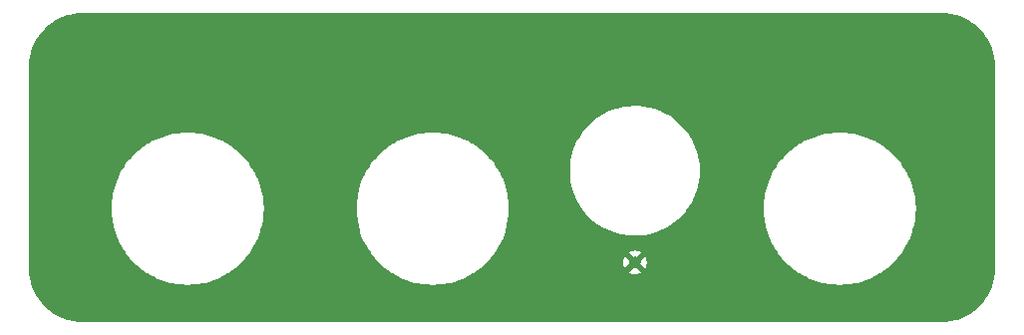
<source format=gtl>
G04 #@! TF.GenerationSoftware,KiCad,Pcbnew,6.0.5+dfsg-1~bpo11+1*
G04 #@! TF.CreationDate,2023-01-30T19:57:19+00:00*
G04 #@! TF.ProjectId,phasor_II_jack_panel,70686173-6f72-45f4-9949-5f6a61636b5f,0.1*
G04 #@! TF.SameCoordinates,Original*
G04 #@! TF.FileFunction,Copper,L1,Top*
G04 #@! TF.FilePolarity,Positive*
%FSLAX46Y46*%
G04 Gerber Fmt 4.6, Leading zero omitted, Abs format (unit mm)*
G04 Created by KiCad (PCBNEW 6.0.5+dfsg-1~bpo11+1) date 2023-01-30 19:57:19*
%MOMM*%
%LPD*%
G01*
G04 APERTURE LIST*
G04 #@! TA.AperFunction,SMDPad,CuDef*
%ADD10C,1.000000*%
G04 #@! TD*
G04 #@! TA.AperFunction,ViaPad*
%ADD11C,0.800000*%
G04 #@! TD*
G04 APERTURE END LIST*
D10*
X167513000Y-111252000D03*
D11*
X167513000Y-111252000D03*
G04 #@! TA.AperFunction,Conductor*
G36*
X193518018Y-90045000D02*
G01*
X193532851Y-90047310D01*
X193532855Y-90047310D01*
X193541724Y-90048691D01*
X193562183Y-90046016D01*
X193584008Y-90045072D01*
X193940937Y-90060656D01*
X193951886Y-90061614D01*
X194336379Y-90112233D01*
X194347205Y-90114142D01*
X194725822Y-90198080D01*
X194736439Y-90200925D01*
X194906702Y-90254608D01*
X195106302Y-90317542D01*
X195116615Y-90321295D01*
X195474932Y-90469715D01*
X195484876Y-90474353D01*
X195828867Y-90653423D01*
X195838387Y-90658919D01*
X196165468Y-90867292D01*
X196174472Y-90873597D01*
X196482138Y-91109678D01*
X196490558Y-91116743D01*
X196776483Y-91378744D01*
X196784256Y-91386517D01*
X197046257Y-91672442D01*
X197053322Y-91680862D01*
X197289403Y-91988528D01*
X197295708Y-91997532D01*
X197504081Y-92324613D01*
X197509577Y-92334133D01*
X197688643Y-92678115D01*
X197693289Y-92688077D01*
X197841702Y-93046377D01*
X197845461Y-93056706D01*
X197962075Y-93426561D01*
X197964920Y-93437178D01*
X198048858Y-93815795D01*
X198050767Y-93826621D01*
X198101386Y-94211114D01*
X198102344Y-94222064D01*
X198117603Y-94571552D01*
X198116223Y-94596429D01*
X198114309Y-94608724D01*
X198115473Y-94617626D01*
X198115473Y-94617628D01*
X198118436Y-94640283D01*
X198119500Y-94656621D01*
X198119500Y-111710633D01*
X198118000Y-111730018D01*
X198115690Y-111744851D01*
X198115690Y-111744855D01*
X198114309Y-111753724D01*
X198116984Y-111774183D01*
X198117928Y-111796008D01*
X198112825Y-111912876D01*
X198102344Y-112152936D01*
X198101386Y-112163886D01*
X198050767Y-112548379D01*
X198048858Y-112559205D01*
X197964920Y-112937822D01*
X197962075Y-112948439D01*
X197845461Y-113318294D01*
X197841702Y-113328623D01*
X197693289Y-113686923D01*
X197688643Y-113696885D01*
X197509577Y-114040867D01*
X197504081Y-114050387D01*
X197295708Y-114377468D01*
X197289403Y-114386472D01*
X197053322Y-114694138D01*
X197046257Y-114702558D01*
X196784256Y-114988483D01*
X196776483Y-114996256D01*
X196490558Y-115258257D01*
X196482138Y-115265322D01*
X196174472Y-115501403D01*
X196165468Y-115507708D01*
X195838387Y-115716081D01*
X195828868Y-115721576D01*
X195484876Y-115900647D01*
X195474932Y-115905285D01*
X195116615Y-116053705D01*
X195106302Y-116057458D01*
X194906702Y-116120392D01*
X194736439Y-116174075D01*
X194725822Y-116176920D01*
X194347205Y-116260858D01*
X194336379Y-116262767D01*
X193951886Y-116313386D01*
X193940937Y-116314344D01*
X193591446Y-116329603D01*
X193566571Y-116328223D01*
X193554276Y-116326309D01*
X193545374Y-116327473D01*
X193545372Y-116327473D01*
X193530323Y-116329441D01*
X193522714Y-116330436D01*
X193506379Y-116331500D01*
X120699367Y-116331500D01*
X120679982Y-116330000D01*
X120665149Y-116327690D01*
X120665145Y-116327690D01*
X120656276Y-116326309D01*
X120635817Y-116328984D01*
X120613992Y-116329928D01*
X120257063Y-116314344D01*
X120246114Y-116313386D01*
X119861621Y-116262767D01*
X119850795Y-116260858D01*
X119472178Y-116176920D01*
X119461561Y-116174075D01*
X119291298Y-116120392D01*
X119091698Y-116057458D01*
X119081385Y-116053705D01*
X118723068Y-115905285D01*
X118713124Y-115900647D01*
X118369132Y-115721576D01*
X118359613Y-115716081D01*
X118032532Y-115507708D01*
X118023528Y-115501403D01*
X117715862Y-115265322D01*
X117707442Y-115258257D01*
X117421517Y-114996256D01*
X117413744Y-114988483D01*
X117151743Y-114702558D01*
X117144678Y-114694138D01*
X116908597Y-114386472D01*
X116902292Y-114377468D01*
X116693919Y-114050387D01*
X116688423Y-114040867D01*
X116509357Y-113696885D01*
X116504711Y-113686923D01*
X116356298Y-113328623D01*
X116352539Y-113318294D01*
X116235925Y-112948439D01*
X116233080Y-112937822D01*
X116149142Y-112559205D01*
X116147233Y-112548379D01*
X116096614Y-112163886D01*
X116095656Y-112152936D01*
X116080561Y-111807208D01*
X116082188Y-111780805D01*
X116082769Y-111777352D01*
X116082770Y-111777345D01*
X116083576Y-111772552D01*
X116083729Y-111760000D01*
X116079773Y-111732376D01*
X116078500Y-111714514D01*
X116078500Y-106680000D01*
X123073515Y-106680000D01*
X123082473Y-106907992D01*
X123093449Y-107187355D01*
X123153128Y-107691581D01*
X123153611Y-107694008D01*
X123238840Y-108122484D01*
X123252184Y-108189571D01*
X123252854Y-108191947D01*
X123252857Y-108191959D01*
X123354087Y-108550892D01*
X123390007Y-108678254D01*
X123565747Y-109154617D01*
X123778320Y-109615723D01*
X123779518Y-109617862D01*
X123779523Y-109617872D01*
X123926432Y-109880197D01*
X124026415Y-110058729D01*
X124027787Y-110060782D01*
X124027788Y-110060784D01*
X124259134Y-110407017D01*
X124308504Y-110480905D01*
X124310040Y-110482853D01*
X124607819Y-110860584D01*
X124622846Y-110879646D01*
X124624523Y-110881460D01*
X124624528Y-110881466D01*
X124964307Y-111249035D01*
X124967505Y-111252495D01*
X124969304Y-111254158D01*
X125171173Y-111440764D01*
X125340354Y-111597154D01*
X125342297Y-111598686D01*
X125342302Y-111598690D01*
X125484301Y-111710633D01*
X125739095Y-111911496D01*
X125741156Y-111912873D01*
X125741160Y-111912876D01*
X126052837Y-112121132D01*
X126161271Y-112193585D01*
X126163419Y-112194788D01*
X126163424Y-112194791D01*
X126602128Y-112440477D01*
X126602138Y-112440482D01*
X126604277Y-112441680D01*
X126606518Y-112442713D01*
X127023423Y-112634909D01*
X127065383Y-112654253D01*
X127541746Y-112829993D01*
X127544130Y-112830665D01*
X127544135Y-112830667D01*
X128028041Y-112967143D01*
X128028053Y-112967146D01*
X128030429Y-112967816D01*
X128032849Y-112968297D01*
X128032860Y-112968300D01*
X128352734Y-113031926D01*
X128528419Y-113066872D01*
X128726236Y-113090285D01*
X129030192Y-113126261D01*
X129030200Y-113126262D01*
X129032645Y-113126551D01*
X129540000Y-113146485D01*
X130047355Y-113126551D01*
X130049800Y-113126262D01*
X130049808Y-113126261D01*
X130353764Y-113090285D01*
X130551581Y-113066872D01*
X130727266Y-113031926D01*
X131047140Y-112968300D01*
X131047151Y-112968297D01*
X131049571Y-112967816D01*
X131051947Y-112967146D01*
X131051959Y-112967143D01*
X131535865Y-112830667D01*
X131535870Y-112830665D01*
X131538254Y-112829993D01*
X132014617Y-112654253D01*
X132056578Y-112634909D01*
X132473482Y-112442713D01*
X132475723Y-112441680D01*
X132477862Y-112440482D01*
X132477872Y-112440477D01*
X132916576Y-112194791D01*
X132916581Y-112194788D01*
X132918729Y-112193585D01*
X133027163Y-112121132D01*
X133338840Y-111912876D01*
X133338844Y-111912873D01*
X133340905Y-111911496D01*
X133595699Y-111710633D01*
X133737698Y-111598690D01*
X133737703Y-111598686D01*
X133739646Y-111597154D01*
X133908828Y-111440764D01*
X134110696Y-111254158D01*
X134112495Y-111252495D01*
X134115693Y-111249035D01*
X134455472Y-110881466D01*
X134455477Y-110881460D01*
X134457154Y-110879646D01*
X134472182Y-110860584D01*
X134769960Y-110482853D01*
X134771496Y-110480905D01*
X134820867Y-110407017D01*
X135052212Y-110060784D01*
X135052213Y-110060782D01*
X135053585Y-110058729D01*
X135153568Y-109880197D01*
X135300477Y-109617872D01*
X135300482Y-109617862D01*
X135301680Y-109615723D01*
X135514253Y-109154617D01*
X135689993Y-108678254D01*
X135725913Y-108550892D01*
X135827143Y-108191959D01*
X135827146Y-108191947D01*
X135827816Y-108189571D01*
X135841161Y-108122484D01*
X135926389Y-107694008D01*
X135926872Y-107691581D01*
X135986551Y-107187355D01*
X136006485Y-106680000D01*
X143890604Y-106680000D01*
X143899562Y-106907992D01*
X143910538Y-107187355D01*
X143970217Y-107691581D01*
X143970700Y-107694008D01*
X144055929Y-108122484D01*
X144069273Y-108189571D01*
X144069943Y-108191947D01*
X144069946Y-108191959D01*
X144171176Y-108550892D01*
X144207096Y-108678254D01*
X144382836Y-109154617D01*
X144595409Y-109615723D01*
X144596607Y-109617862D01*
X144596612Y-109617872D01*
X144743521Y-109880197D01*
X144843504Y-110058729D01*
X144844876Y-110060782D01*
X144844877Y-110060784D01*
X145076223Y-110407017D01*
X145125593Y-110480905D01*
X145127129Y-110482853D01*
X145424908Y-110860584D01*
X145439935Y-110879646D01*
X145441612Y-110881460D01*
X145441617Y-110881466D01*
X145781396Y-111249035D01*
X145784594Y-111252495D01*
X145786393Y-111254158D01*
X145988262Y-111440764D01*
X146157443Y-111597154D01*
X146159386Y-111598686D01*
X146159391Y-111598690D01*
X146301390Y-111710633D01*
X146556184Y-111911496D01*
X146558245Y-111912873D01*
X146558249Y-111912876D01*
X146869926Y-112121132D01*
X146978360Y-112193585D01*
X146980508Y-112194788D01*
X146980513Y-112194791D01*
X147419217Y-112440477D01*
X147419227Y-112440482D01*
X147421366Y-112441680D01*
X147423607Y-112442713D01*
X147840512Y-112634909D01*
X147882472Y-112654253D01*
X148358835Y-112829993D01*
X148361219Y-112830665D01*
X148361224Y-112830667D01*
X148845130Y-112967143D01*
X148845142Y-112967146D01*
X148847518Y-112967816D01*
X148849938Y-112968297D01*
X148849949Y-112968300D01*
X149169823Y-113031926D01*
X149345508Y-113066872D01*
X149543325Y-113090285D01*
X149847281Y-113126261D01*
X149847289Y-113126262D01*
X149849734Y-113126551D01*
X150357089Y-113146485D01*
X150864444Y-113126551D01*
X150866889Y-113126262D01*
X150866897Y-113126261D01*
X151170853Y-113090285D01*
X151368670Y-113066872D01*
X151544355Y-113031926D01*
X151864229Y-112968300D01*
X151864240Y-112968297D01*
X151866660Y-112967816D01*
X151869036Y-112967146D01*
X151869048Y-112967143D01*
X152352954Y-112830667D01*
X152352959Y-112830665D01*
X152355343Y-112829993D01*
X152831706Y-112654253D01*
X152873667Y-112634909D01*
X153290571Y-112442713D01*
X153292812Y-112441680D01*
X153294951Y-112440482D01*
X153294961Y-112440477D01*
X153733665Y-112194791D01*
X153733670Y-112194788D01*
X153735818Y-112193585D01*
X153844252Y-112121132D01*
X167008698Y-112121132D01*
X167013607Y-112127690D01*
X167102118Y-112177157D01*
X167113357Y-112182067D01*
X167289641Y-112239345D01*
X167301615Y-112241978D01*
X167485676Y-112263926D01*
X167497925Y-112264183D01*
X167682742Y-112249962D01*
X167694822Y-112247831D01*
X167873345Y-112197986D01*
X167884778Y-112193552D01*
X168008507Y-112131052D01*
X168018791Y-112121407D01*
X168016553Y-112114763D01*
X167525812Y-111624022D01*
X167511868Y-111616408D01*
X167510035Y-111616539D01*
X167503420Y-111620790D01*
X167015458Y-112108752D01*
X167008698Y-112121132D01*
X153844252Y-112121132D01*
X154155929Y-111912876D01*
X154155933Y-111912873D01*
X154157994Y-111911496D01*
X154412788Y-111710633D01*
X154554787Y-111598690D01*
X154554792Y-111598686D01*
X154556735Y-111597154D01*
X154725917Y-111440764D01*
X154927785Y-111254158D01*
X154929584Y-111252495D01*
X154932782Y-111249035D01*
X154937434Y-111244002D01*
X166500738Y-111244002D01*
X166516248Y-111428705D01*
X166518461Y-111440764D01*
X166569554Y-111618945D01*
X166574066Y-111630342D01*
X166634148Y-111747250D01*
X166643865Y-111757468D01*
X166650666Y-111755124D01*
X167140978Y-111264812D01*
X167147356Y-111253132D01*
X167877408Y-111253132D01*
X167877539Y-111254965D01*
X167881790Y-111261580D01*
X168369661Y-111749451D01*
X168382041Y-111756211D01*
X168388775Y-111751170D01*
X168435262Y-111669337D01*
X168440256Y-111658121D01*
X168498759Y-111482253D01*
X168501479Y-111470281D01*
X168525039Y-111283784D01*
X168525531Y-111276757D01*
X168525828Y-111255523D01*
X168525533Y-111248494D01*
X168507188Y-111061397D01*
X168504805Y-111049362D01*
X168451233Y-110871924D01*
X168446559Y-110860584D01*
X168391562Y-110757148D01*
X168381702Y-110747067D01*
X168374575Y-110749635D01*
X167885022Y-111239188D01*
X167877408Y-111253132D01*
X167147356Y-111253132D01*
X167148592Y-111250868D01*
X167148461Y-111249035D01*
X167144210Y-111242420D01*
X166656121Y-110754331D01*
X166643741Y-110747571D01*
X166637353Y-110752353D01*
X166584997Y-110847586D01*
X166580166Y-110858858D01*
X166524120Y-111035538D01*
X166521570Y-111047532D01*
X166500909Y-111231733D01*
X166500738Y-111244002D01*
X154937434Y-111244002D01*
X155272561Y-110881466D01*
X155272566Y-110881460D01*
X155274243Y-110879646D01*
X155289271Y-110860584D01*
X155587049Y-110482853D01*
X155588585Y-110480905D01*
X155637956Y-110407017D01*
X155653936Y-110383101D01*
X167007820Y-110383101D01*
X167010274Y-110390064D01*
X167500188Y-110879978D01*
X167514132Y-110887592D01*
X167515965Y-110887461D01*
X167522580Y-110883210D01*
X168010834Y-110394956D01*
X168017594Y-110382576D01*
X168012935Y-110376353D01*
X167910924Y-110321196D01*
X167899619Y-110316444D01*
X167722554Y-110261633D01*
X167710541Y-110259167D01*
X167526199Y-110239792D01*
X167513931Y-110239707D01*
X167329345Y-110256505D01*
X167317296Y-110258803D01*
X167139483Y-110311137D01*
X167128108Y-110315732D01*
X167017969Y-110373312D01*
X167007820Y-110383101D01*
X155653936Y-110383101D01*
X155869301Y-110060784D01*
X155869302Y-110060782D01*
X155870674Y-110058729D01*
X155970657Y-109880197D01*
X156117566Y-109617872D01*
X156117571Y-109617862D01*
X156118769Y-109615723D01*
X156331342Y-109154617D01*
X156507082Y-108678254D01*
X156543002Y-108550892D01*
X156644232Y-108191959D01*
X156644235Y-108191947D01*
X156644905Y-108189571D01*
X156658250Y-108122484D01*
X156743478Y-107694008D01*
X156743961Y-107691581D01*
X156803640Y-107187355D01*
X156823574Y-106680000D01*
X156803640Y-106172645D01*
X156797817Y-106123442D01*
X156744251Y-105670871D01*
X156743961Y-105668419D01*
X156709015Y-105492734D01*
X156645389Y-105172860D01*
X156645386Y-105172849D01*
X156644905Y-105170429D01*
X156626838Y-105106366D01*
X156507756Y-104684135D01*
X156507754Y-104684130D01*
X156507082Y-104681746D01*
X156331342Y-104205383D01*
X156118769Y-103744277D01*
X156094428Y-103700812D01*
X156092959Y-103698189D01*
X161998457Y-103698189D01*
X161998677Y-103700806D01*
X161998677Y-103700812D01*
X162002327Y-103744277D01*
X162037096Y-104158330D01*
X162037538Y-104160943D01*
X162076172Y-104389356D01*
X162114104Y-104613623D01*
X162228939Y-105060877D01*
X162380796Y-105496952D01*
X162568611Y-105918791D01*
X162791066Y-106323434D01*
X162792518Y-106325620D01*
X162792522Y-106325626D01*
X162921013Y-106519020D01*
X163046600Y-106708044D01*
X163333421Y-107069923D01*
X163649518Y-107406531D01*
X163992672Y-107715509D01*
X164360478Y-107994689D01*
X164362709Y-107996105D01*
X164362715Y-107996109D01*
X164663733Y-108187140D01*
X164750355Y-108242112D01*
X164752682Y-108243328D01*
X164752688Y-108243332D01*
X165157231Y-108454822D01*
X165157236Y-108454824D01*
X165159569Y-108456044D01*
X165585248Y-108634983D01*
X165587756Y-108635798D01*
X165587759Y-108635799D01*
X166021893Y-108776858D01*
X166021897Y-108776859D01*
X166024408Y-108777675D01*
X166345591Y-108853008D01*
X166471392Y-108882514D01*
X166471396Y-108882515D01*
X166473968Y-108883118D01*
X166476585Y-108883505D01*
X166476588Y-108883505D01*
X166928153Y-108950187D01*
X166928157Y-108950187D01*
X166930775Y-108950574D01*
X167391624Y-108979568D01*
X167394256Y-108979513D01*
X167394263Y-108979513D01*
X167570282Y-108975825D01*
X167853283Y-108969897D01*
X168312513Y-108921630D01*
X168766094Y-108835105D01*
X168768623Y-108834399D01*
X168768631Y-108834397D01*
X169208310Y-108711637D01*
X169208321Y-108711633D01*
X169210844Y-108710929D01*
X169486946Y-108608247D01*
X169641171Y-108550892D01*
X169641177Y-108550889D01*
X169643644Y-108549972D01*
X170061457Y-108353364D01*
X170461353Y-108122484D01*
X170840527Y-107858951D01*
X171196319Y-107564614D01*
X171526234Y-107241538D01*
X171573004Y-107187355D01*
X171826223Y-106893997D01*
X171827958Y-106891987D01*
X171981976Y-106680000D01*
X178445515Y-106680000D01*
X178454473Y-106907992D01*
X178465449Y-107187355D01*
X178525128Y-107691581D01*
X178525611Y-107694008D01*
X178610840Y-108122484D01*
X178624184Y-108189571D01*
X178624854Y-108191947D01*
X178624857Y-108191959D01*
X178726087Y-108550892D01*
X178762007Y-108678254D01*
X178937747Y-109154617D01*
X179150320Y-109615723D01*
X179151518Y-109617862D01*
X179151523Y-109617872D01*
X179298432Y-109880197D01*
X179398415Y-110058729D01*
X179399787Y-110060782D01*
X179399788Y-110060784D01*
X179631134Y-110407017D01*
X179680504Y-110480905D01*
X179682040Y-110482853D01*
X179979819Y-110860584D01*
X179994846Y-110879646D01*
X179996523Y-110881460D01*
X179996528Y-110881466D01*
X180336307Y-111249035D01*
X180339505Y-111252495D01*
X180341304Y-111254158D01*
X180543173Y-111440764D01*
X180712354Y-111597154D01*
X180714297Y-111598686D01*
X180714302Y-111598690D01*
X180856301Y-111710633D01*
X181111095Y-111911496D01*
X181113156Y-111912873D01*
X181113160Y-111912876D01*
X181424837Y-112121132D01*
X181533271Y-112193585D01*
X181535419Y-112194788D01*
X181535424Y-112194791D01*
X181974128Y-112440477D01*
X181974138Y-112440482D01*
X181976277Y-112441680D01*
X181978518Y-112442713D01*
X182395423Y-112634909D01*
X182437383Y-112654253D01*
X182913746Y-112829993D01*
X182916130Y-112830665D01*
X182916135Y-112830667D01*
X183400041Y-112967143D01*
X183400053Y-112967146D01*
X183402429Y-112967816D01*
X183404849Y-112968297D01*
X183404860Y-112968300D01*
X183724734Y-113031926D01*
X183900419Y-113066872D01*
X184098236Y-113090285D01*
X184402192Y-113126261D01*
X184402200Y-113126262D01*
X184404645Y-113126551D01*
X184912000Y-113146485D01*
X185419355Y-113126551D01*
X185421800Y-113126262D01*
X185421808Y-113126261D01*
X185725764Y-113090285D01*
X185923581Y-113066872D01*
X186099266Y-113031926D01*
X186419140Y-112968300D01*
X186419151Y-112968297D01*
X186421571Y-112967816D01*
X186423947Y-112967146D01*
X186423959Y-112967143D01*
X186907865Y-112830667D01*
X186907870Y-112830665D01*
X186910254Y-112829993D01*
X187386617Y-112654253D01*
X187428578Y-112634909D01*
X187845482Y-112442713D01*
X187847723Y-112441680D01*
X187849862Y-112440482D01*
X187849872Y-112440477D01*
X188288576Y-112194791D01*
X188288581Y-112194788D01*
X188290729Y-112193585D01*
X188399163Y-112121132D01*
X188710840Y-111912876D01*
X188710844Y-111912873D01*
X188712905Y-111911496D01*
X188967699Y-111710633D01*
X189109698Y-111598690D01*
X189109703Y-111598686D01*
X189111646Y-111597154D01*
X189280828Y-111440764D01*
X189482696Y-111254158D01*
X189484495Y-111252495D01*
X189487693Y-111249035D01*
X189827472Y-110881466D01*
X189827477Y-110881460D01*
X189829154Y-110879646D01*
X189844182Y-110860584D01*
X190141960Y-110482853D01*
X190143496Y-110480905D01*
X190192867Y-110407017D01*
X190424212Y-110060784D01*
X190424213Y-110060782D01*
X190425585Y-110058729D01*
X190525568Y-109880197D01*
X190672477Y-109617872D01*
X190672482Y-109617862D01*
X190673680Y-109615723D01*
X190886253Y-109154617D01*
X191061993Y-108678254D01*
X191097913Y-108550892D01*
X191199143Y-108191959D01*
X191199146Y-108191947D01*
X191199816Y-108189571D01*
X191213161Y-108122484D01*
X191298389Y-107694008D01*
X191298872Y-107691581D01*
X191358551Y-107187355D01*
X191378485Y-106680000D01*
X191358551Y-106172645D01*
X191352728Y-106123442D01*
X191299162Y-105670871D01*
X191298872Y-105668419D01*
X191263926Y-105492734D01*
X191200300Y-105172860D01*
X191200297Y-105172849D01*
X191199816Y-105170429D01*
X191181749Y-105106366D01*
X191062667Y-104684135D01*
X191062665Y-104684130D01*
X191061993Y-104681746D01*
X190886253Y-104205383D01*
X190673680Y-103744277D01*
X190649339Y-103700812D01*
X190426791Y-103303424D01*
X190426788Y-103303419D01*
X190425585Y-103301271D01*
X190264529Y-103060233D01*
X190144876Y-102881160D01*
X190144873Y-102881156D01*
X190143496Y-102879095D01*
X189882352Y-102547835D01*
X189830690Y-102482302D01*
X189830686Y-102482297D01*
X189829154Y-102480354D01*
X189684269Y-102323618D01*
X189486158Y-102109304D01*
X189484495Y-102107505D01*
X189475004Y-102098732D01*
X189113466Y-101764528D01*
X189113460Y-101764523D01*
X189111646Y-101762846D01*
X188982349Y-101660916D01*
X188714853Y-101450040D01*
X188712905Y-101448504D01*
X188693089Y-101435263D01*
X188292784Y-101167788D01*
X188292782Y-101167787D01*
X188290729Y-101166415D01*
X188244617Y-101140591D01*
X187849872Y-100919523D01*
X187849862Y-100919518D01*
X187847723Y-100918320D01*
X187386617Y-100705747D01*
X186910254Y-100530007D01*
X186907870Y-100529335D01*
X186907865Y-100529333D01*
X186423959Y-100392857D01*
X186423947Y-100392854D01*
X186421571Y-100392184D01*
X186419151Y-100391703D01*
X186419140Y-100391700D01*
X186099266Y-100328074D01*
X185923581Y-100293128D01*
X185725764Y-100269715D01*
X185421808Y-100233739D01*
X185421800Y-100233738D01*
X185419355Y-100233449D01*
X184912000Y-100213515D01*
X184404645Y-100233449D01*
X184402200Y-100233738D01*
X184402192Y-100233739D01*
X184098236Y-100269715D01*
X183900419Y-100293128D01*
X183724734Y-100328074D01*
X183404860Y-100391700D01*
X183404849Y-100391703D01*
X183402429Y-100392184D01*
X183400053Y-100392854D01*
X183400041Y-100392857D01*
X182916135Y-100529333D01*
X182916130Y-100529335D01*
X182913746Y-100530007D01*
X182437383Y-100705747D01*
X181976277Y-100918320D01*
X181974138Y-100919518D01*
X181974128Y-100919523D01*
X181579383Y-101140591D01*
X181533271Y-101166415D01*
X181531218Y-101167787D01*
X181531216Y-101167788D01*
X181130912Y-101435263D01*
X181111095Y-101448504D01*
X181109147Y-101450040D01*
X180841652Y-101660916D01*
X180712354Y-101762846D01*
X180710540Y-101764523D01*
X180710534Y-101764528D01*
X180348996Y-102098732D01*
X180339505Y-102107505D01*
X180337842Y-102109304D01*
X180139732Y-102323618D01*
X179994846Y-102480354D01*
X179993314Y-102482297D01*
X179993310Y-102482302D01*
X179941648Y-102547835D01*
X179680504Y-102879095D01*
X179679127Y-102881156D01*
X179679124Y-102881160D01*
X179559471Y-103060233D01*
X179398415Y-103301271D01*
X179397212Y-103303419D01*
X179397209Y-103303424D01*
X179174662Y-103700812D01*
X179150320Y-103744277D01*
X178937747Y-104205383D01*
X178762007Y-104681746D01*
X178761335Y-104684130D01*
X178761333Y-104684135D01*
X178642252Y-105106366D01*
X178624184Y-105170429D01*
X178623703Y-105172849D01*
X178623700Y-105172860D01*
X178560074Y-105492734D01*
X178525128Y-105668419D01*
X178524838Y-105670871D01*
X178471273Y-106123442D01*
X178465449Y-106172645D01*
X178445515Y-106680000D01*
X171981976Y-106680000D01*
X172099374Y-106518416D01*
X172338578Y-106123442D01*
X172543893Y-105709838D01*
X172713878Y-105280505D01*
X172847341Y-104838453D01*
X172880651Y-104681746D01*
X172942800Y-104389356D01*
X172943347Y-104386783D01*
X173001220Y-103928664D01*
X173020557Y-103467309D01*
X173001220Y-103005954D01*
X172943347Y-102547835D01*
X172895688Y-102323618D01*
X172847887Y-102098732D01*
X172847885Y-102098724D01*
X172847341Y-102096165D01*
X172713878Y-101654113D01*
X172543893Y-101224780D01*
X172338578Y-100811176D01*
X172167888Y-100529333D01*
X172100740Y-100418457D01*
X172100736Y-100418451D01*
X172099374Y-100416202D01*
X171827958Y-100042631D01*
X171526234Y-99693080D01*
X171196319Y-99370004D01*
X170840527Y-99075667D01*
X170461353Y-98812134D01*
X170061457Y-98581254D01*
X169643644Y-98384646D01*
X169641177Y-98383729D01*
X169641171Y-98383726D01*
X169412862Y-98298819D01*
X169210844Y-98223689D01*
X169208321Y-98222985D01*
X169208310Y-98222981D01*
X168768631Y-98100221D01*
X168768623Y-98100219D01*
X168766094Y-98099513D01*
X168312513Y-98012988D01*
X167853283Y-97964721D01*
X167570282Y-97958793D01*
X167394263Y-97955105D01*
X167394256Y-97955105D01*
X167391624Y-97955050D01*
X166930775Y-97984044D01*
X166928157Y-97984431D01*
X166928153Y-97984431D01*
X166476588Y-98051113D01*
X166476585Y-98051113D01*
X166473968Y-98051500D01*
X166471396Y-98052103D01*
X166471392Y-98052104D01*
X166345591Y-98081610D01*
X166024408Y-98156943D01*
X166021897Y-98157759D01*
X166021893Y-98157760D01*
X165821164Y-98222981D01*
X165585248Y-98299635D01*
X165159569Y-98478574D01*
X165157236Y-98479794D01*
X165157231Y-98479796D01*
X164752688Y-98691286D01*
X164752682Y-98691290D01*
X164750355Y-98692506D01*
X164748127Y-98693920D01*
X164362715Y-98938509D01*
X164362709Y-98938513D01*
X164360478Y-98939929D01*
X163992672Y-99219109D01*
X163649518Y-99528087D01*
X163333421Y-99864695D01*
X163046600Y-100226574D01*
X163045137Y-100228776D01*
X162845448Y-100529333D01*
X162791066Y-100611184D01*
X162568611Y-101015827D01*
X162380796Y-101437666D01*
X162228939Y-101873741D01*
X162114104Y-102320995D01*
X162113662Y-102323610D01*
X162113660Y-102323618D01*
X162075736Y-102547835D01*
X162037096Y-102776288D01*
X161998457Y-103236429D01*
X161998457Y-103698189D01*
X156092959Y-103698189D01*
X155871880Y-103303424D01*
X155871877Y-103303419D01*
X155870674Y-103301271D01*
X155709618Y-103060233D01*
X155589965Y-102881160D01*
X155589962Y-102881156D01*
X155588585Y-102879095D01*
X155327441Y-102547835D01*
X155275779Y-102482302D01*
X155275775Y-102482297D01*
X155274243Y-102480354D01*
X155129358Y-102323618D01*
X154931247Y-102109304D01*
X154929584Y-102107505D01*
X154920093Y-102098732D01*
X154558555Y-101764528D01*
X154558549Y-101764523D01*
X154556735Y-101762846D01*
X154427438Y-101660916D01*
X154159942Y-101450040D01*
X154157994Y-101448504D01*
X154138178Y-101435263D01*
X153737873Y-101167788D01*
X153737871Y-101167787D01*
X153735818Y-101166415D01*
X153689706Y-101140591D01*
X153294961Y-100919523D01*
X153294951Y-100919518D01*
X153292812Y-100918320D01*
X152831706Y-100705747D01*
X152355343Y-100530007D01*
X152352959Y-100529335D01*
X152352954Y-100529333D01*
X151869048Y-100392857D01*
X151869036Y-100392854D01*
X151866660Y-100392184D01*
X151864240Y-100391703D01*
X151864229Y-100391700D01*
X151544355Y-100328074D01*
X151368670Y-100293128D01*
X151170853Y-100269715D01*
X150866897Y-100233739D01*
X150866889Y-100233738D01*
X150864444Y-100233449D01*
X150357089Y-100213515D01*
X149849734Y-100233449D01*
X149847289Y-100233738D01*
X149847281Y-100233739D01*
X149543325Y-100269715D01*
X149345508Y-100293128D01*
X149169823Y-100328074D01*
X148849949Y-100391700D01*
X148849938Y-100391703D01*
X148847518Y-100392184D01*
X148845142Y-100392854D01*
X148845130Y-100392857D01*
X148361224Y-100529333D01*
X148361219Y-100529335D01*
X148358835Y-100530007D01*
X147882472Y-100705747D01*
X147421366Y-100918320D01*
X147419227Y-100919518D01*
X147419217Y-100919523D01*
X147024472Y-101140591D01*
X146978360Y-101166415D01*
X146976307Y-101167787D01*
X146976305Y-101167788D01*
X146576001Y-101435263D01*
X146556184Y-101448504D01*
X146554236Y-101450040D01*
X146286741Y-101660916D01*
X146157443Y-101762846D01*
X146155629Y-101764523D01*
X146155623Y-101764528D01*
X145794085Y-102098732D01*
X145784594Y-102107505D01*
X145782931Y-102109304D01*
X145584821Y-102323618D01*
X145439935Y-102480354D01*
X145438403Y-102482297D01*
X145438399Y-102482302D01*
X145386737Y-102547835D01*
X145125593Y-102879095D01*
X145124216Y-102881156D01*
X145124213Y-102881160D01*
X145004560Y-103060233D01*
X144843504Y-103301271D01*
X144842301Y-103303419D01*
X144842298Y-103303424D01*
X144619751Y-103700812D01*
X144595409Y-103744277D01*
X144382836Y-104205383D01*
X144207096Y-104681746D01*
X144206424Y-104684130D01*
X144206422Y-104684135D01*
X144087341Y-105106366D01*
X144069273Y-105170429D01*
X144068792Y-105172849D01*
X144068789Y-105172860D01*
X144005163Y-105492734D01*
X143970217Y-105668419D01*
X143969927Y-105670871D01*
X143916362Y-106123442D01*
X143910538Y-106172645D01*
X143890604Y-106680000D01*
X136006485Y-106680000D01*
X135986551Y-106172645D01*
X135980728Y-106123442D01*
X135927162Y-105670871D01*
X135926872Y-105668419D01*
X135891926Y-105492734D01*
X135828300Y-105172860D01*
X135828297Y-105172849D01*
X135827816Y-105170429D01*
X135809749Y-105106366D01*
X135690667Y-104684135D01*
X135690665Y-104684130D01*
X135689993Y-104681746D01*
X135514253Y-104205383D01*
X135301680Y-103744277D01*
X135277339Y-103700812D01*
X135054791Y-103303424D01*
X135054788Y-103303419D01*
X135053585Y-103301271D01*
X134892529Y-103060233D01*
X134772876Y-102881160D01*
X134772873Y-102881156D01*
X134771496Y-102879095D01*
X134510352Y-102547835D01*
X134458690Y-102482302D01*
X134458686Y-102482297D01*
X134457154Y-102480354D01*
X134312269Y-102323618D01*
X134114158Y-102109304D01*
X134112495Y-102107505D01*
X134103004Y-102098732D01*
X133741466Y-101764528D01*
X133741460Y-101764523D01*
X133739646Y-101762846D01*
X133610349Y-101660916D01*
X133342853Y-101450040D01*
X133340905Y-101448504D01*
X133321089Y-101435263D01*
X132920784Y-101167788D01*
X132920782Y-101167787D01*
X132918729Y-101166415D01*
X132872617Y-101140591D01*
X132477872Y-100919523D01*
X132477862Y-100919518D01*
X132475723Y-100918320D01*
X132014617Y-100705747D01*
X131538254Y-100530007D01*
X131535870Y-100529335D01*
X131535865Y-100529333D01*
X131051959Y-100392857D01*
X131051947Y-100392854D01*
X131049571Y-100392184D01*
X131047151Y-100391703D01*
X131047140Y-100391700D01*
X130727266Y-100328074D01*
X130551581Y-100293128D01*
X130353764Y-100269715D01*
X130049808Y-100233739D01*
X130049800Y-100233738D01*
X130047355Y-100233449D01*
X129540000Y-100213515D01*
X129032645Y-100233449D01*
X129030200Y-100233738D01*
X129030192Y-100233739D01*
X128726236Y-100269715D01*
X128528419Y-100293128D01*
X128352734Y-100328074D01*
X128032860Y-100391700D01*
X128032849Y-100391703D01*
X128030429Y-100392184D01*
X128028053Y-100392854D01*
X128028041Y-100392857D01*
X127544135Y-100529333D01*
X127544130Y-100529335D01*
X127541746Y-100530007D01*
X127065383Y-100705747D01*
X126604277Y-100918320D01*
X126602138Y-100919518D01*
X126602128Y-100919523D01*
X126207383Y-101140591D01*
X126161271Y-101166415D01*
X126159218Y-101167787D01*
X126159216Y-101167788D01*
X125758912Y-101435263D01*
X125739095Y-101448504D01*
X125737147Y-101450040D01*
X125469652Y-101660916D01*
X125340354Y-101762846D01*
X125338540Y-101764523D01*
X125338534Y-101764528D01*
X124976996Y-102098732D01*
X124967505Y-102107505D01*
X124965842Y-102109304D01*
X124767732Y-102323618D01*
X124622846Y-102480354D01*
X124621314Y-102482297D01*
X124621310Y-102482302D01*
X124569648Y-102547835D01*
X124308504Y-102879095D01*
X124307127Y-102881156D01*
X124307124Y-102881160D01*
X124187471Y-103060233D01*
X124026415Y-103301271D01*
X124025212Y-103303419D01*
X124025209Y-103303424D01*
X123802662Y-103700812D01*
X123778320Y-103744277D01*
X123565747Y-104205383D01*
X123390007Y-104681746D01*
X123389335Y-104684130D01*
X123389333Y-104684135D01*
X123270252Y-105106366D01*
X123252184Y-105170429D01*
X123251703Y-105172849D01*
X123251700Y-105172860D01*
X123188074Y-105492734D01*
X123153128Y-105668419D01*
X123152838Y-105670871D01*
X123099273Y-106123442D01*
X123093449Y-106172645D01*
X123073515Y-106680000D01*
X116078500Y-106680000D01*
X116078500Y-94668250D01*
X116080246Y-94647345D01*
X116082770Y-94632344D01*
X116082770Y-94632341D01*
X116083576Y-94627552D01*
X116083729Y-94615000D01*
X116083039Y-94610184D01*
X116083039Y-94610178D01*
X116081387Y-94598644D01*
X116080234Y-94575284D01*
X116095656Y-94222064D01*
X116096614Y-94211114D01*
X116147233Y-93826621D01*
X116149142Y-93815795D01*
X116233080Y-93437178D01*
X116235925Y-93426561D01*
X116352539Y-93056706D01*
X116356298Y-93046377D01*
X116504711Y-92688077D01*
X116509357Y-92678115D01*
X116688423Y-92334133D01*
X116693919Y-92324613D01*
X116902292Y-91997532D01*
X116908597Y-91988528D01*
X117144678Y-91680862D01*
X117151743Y-91672442D01*
X117413744Y-91386517D01*
X117421517Y-91378744D01*
X117707442Y-91116743D01*
X117715862Y-91109678D01*
X118023528Y-90873597D01*
X118032532Y-90867292D01*
X118359613Y-90658919D01*
X118369133Y-90653423D01*
X118713124Y-90474353D01*
X118723068Y-90469715D01*
X119081385Y-90321295D01*
X119091698Y-90317542D01*
X119291298Y-90254608D01*
X119461561Y-90200925D01*
X119472178Y-90198080D01*
X119850795Y-90114142D01*
X119861621Y-90112233D01*
X120246114Y-90061614D01*
X120257063Y-90060656D01*
X120606554Y-90045397D01*
X120631429Y-90046777D01*
X120643724Y-90048691D01*
X120652626Y-90047527D01*
X120652628Y-90047527D01*
X120671399Y-90045072D01*
X120675286Y-90044564D01*
X120691621Y-90043500D01*
X193498633Y-90043500D01*
X193518018Y-90045000D01*
G37*
G04 #@! TD.AperFunction*
M02*

</source>
